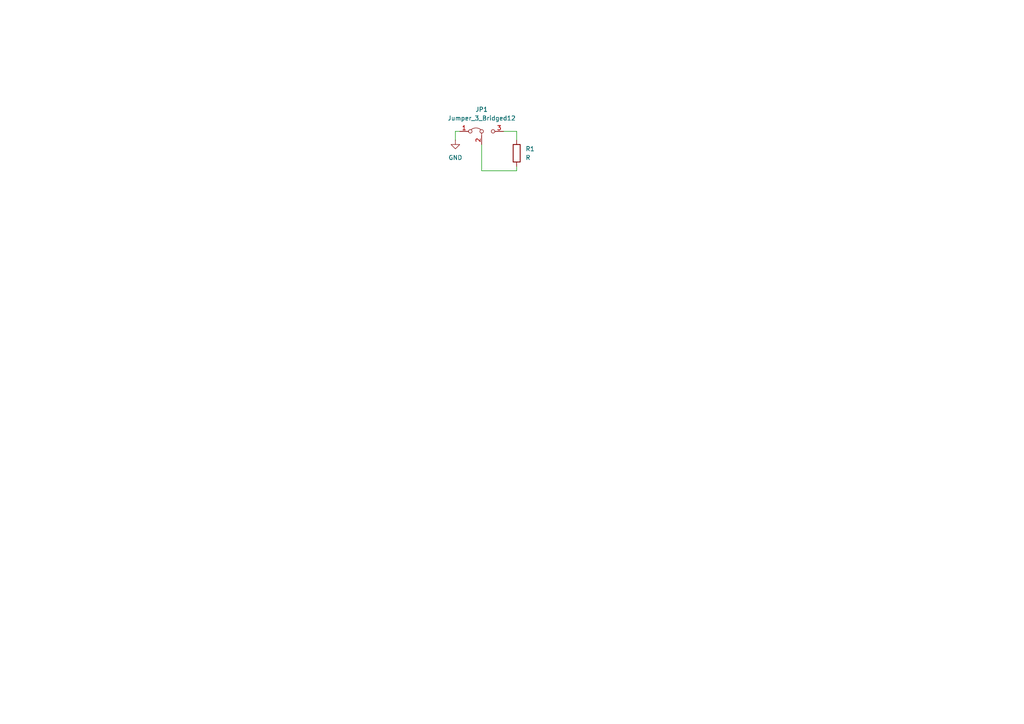
<source format=kicad_sch>
(kicad_sch (version 20231120) (generator "eeschema") (generator_version "8.0")
  (paper "A4")
  (lib_symbols
    (symbol "Device:R" (pin_numbers hide) (pin_names (offset 0))
      (property "Reference" "R" (at 2.032 0 90))
      (property "Value" "R" (at 0 0 90))
      (symbol "R_0_1"
        (rectangle (start -1.016 -2.54) (end 1.016 2.54) (stroke (width 0.254)))
      )
      (symbol "R_1_1"
        (pin passive line (at 0 3.81 270) (length 1.27) (name "~") (number "1"))
        (pin passive line (at 0 -3.81 90) (length 1.27) (name "~") (number "2"))
      )
    )
    (symbol "Jumper:Jumper_3_Bridged12" (pin_names (offset 0) hide) (exclude_from_sim yes) (in_bom no)
      (property "Reference" "JP" (at -2.54 -2.54 0))
      (property "Value" "Jumper_3_Bridged12" (at 0 2.794 0))
      (symbol "Jumper_3_Bridged12_0_0"
        (circle (center -3.302 0) (radius 0.508))
        (circle (center 0 0) (radius 0.508))
        (circle (center 3.302 0) (radius 0.508))
      )
      (symbol "Jumper_3_Bridged12_0_1"
        (arc (start -0.254 0.508) (mid -1.651 0.9912) (end -3.048 0.508))
        (polyline (pts (xy 0 -1.27) (xy 0 -0.508)))
      )
      (symbol "Jumper_3_Bridged12_1_1"
        (pin passive line (at -6.35 0 0) (length 2.54) (name "A") (number "1"))
        (pin passive line (at 0 -3.81 90) (length 2.54) (name "C") (number "2"))
        (pin passive line (at 6.35 0 180) (length 2.54) (name "B") (number "3"))
      )
    )
    (symbol "power:GND" (power) (pin_numbers hide) (pin_names (offset 0) hide)
      (property "Value" "GND" (at 0 -3.81 0))
      (symbol "GND_0_1"
        (polyline (pts (xy 0 0) (xy 0 -1.27) (xy 1.27 -1.27) (xy 0 -2.54) (xy -1.27 -1.27) (xy 0 -1.27)))
      )
      (symbol "GND_1_1"
        (pin power_in line (at 0 0 270) (length 0) (name "~") (number "1"))
      )
    )
  )
  (wire (pts (xy 139.7 49.53) (xy 149.86 49.53)))
  (wire (pts (xy 149.86 38.1) (xy 146.05 38.1)))
  (wire (pts (xy 149.86 40.64) (xy 149.86 38.1)))
  (wire (pts (xy 132.08 40.64) (xy 132.08 38.1)))
  (wire (pts (xy 149.86 49.53) (xy 149.86 48.26)))
  (wire (pts (xy 139.7 41.91) (xy 139.7 49.53)))
  (wire (pts (xy 132.08 38.1) (xy 133.35 38.1)))
  (symbol (lib_id "Jumper:Jumper_3_Bridged12") (at 139.7 38.1 0) (unit 1) (exclude_from_sim yes) (in_bom no)
    (property "Reference" "JP1" (at 139.7 31.75 0))
    (property "Value" "Jumper_3_Bridged12" (at 139.7 34.29 0))
    (property "Footprint" "Jumper:SolderJumper-3_P1.3mm_Bridged12_RoundedPad1.0x1.5mm" (effects (hide yes)))
    (property "Description" "Jumper, 3-pole, pins 1+2 closed/bridged" (effects (hide yes)))
  )
  (symbol (lib_id "power:GND") (at 132.08 40.64 0) (unit 1)
    (property "Reference" "#PWR01" (effects (hide yes)))
    (property "Value" "GND" (at 132.08 45.72 0))
    (property "Description" "Power symbol creates a global label with name \"GND\" , ground" (effects (hide yes)))
  )
  (symbol (lib_id "Device:R") (at 149.86 44.45 0) (unit 1)
    (property "Reference" "R1" (at 152.4 43.1799 0) (effects (justify left)))
    (property "Value" "R" (at 152.4 45.7199 0) (effects (justify left)))
    (property "Footprint" "Resistor_SMD:R_0402_1005Metric" (effects (hide yes)))
    (property "Description" "Resistor" (effects (hide yes)))
  )
)
</source>
